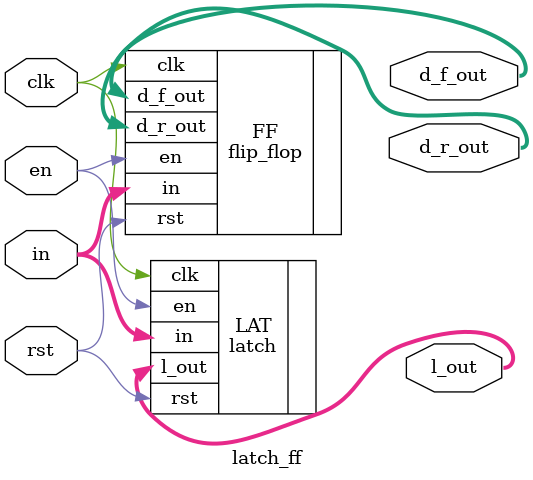
<source format=sv>
`include "package.svh"
module latch_ff (/*AUTOARG*/
   // Outputs
   l_out, d_r_out, d_f_out,
   // Inputs
   clk, rst, en, in
   );
   // Outputs
   output [3:0] l_out;
   output [3:0]	d_r_out;
   output [3:0]	d_f_out;
   // Inputs
   input	clk;
   input	rst;
   input	en;
   input [3:0]	in;
   
   /*AUTOREG*/
   /*AUTOWIRE*/

   latch LAT (/*AUTOINST*/
	      // Outputs
	      .l_out			(l_out[3:0]),
	      // Inputs
	      .clk			(clk),
	      .rst			(rst),
	      .en			(en),
	      .in			(in[3:0]));

   flip_flop FF (/*AUTOINST*/
		 // Outputs
		 .d_r_out		(d_r_out[3:0]),
		 .d_f_out		(d_f_out[3:0]),
		 // Inputs
		 .clk			(clk),
		 .rst			(rst),
		 .en			(en),
		 .in			(in[3:0]));
   

endmodule // latch_ff
// Local Variables:
// Verilog-Library-Directories: (".")
// End:

</source>
